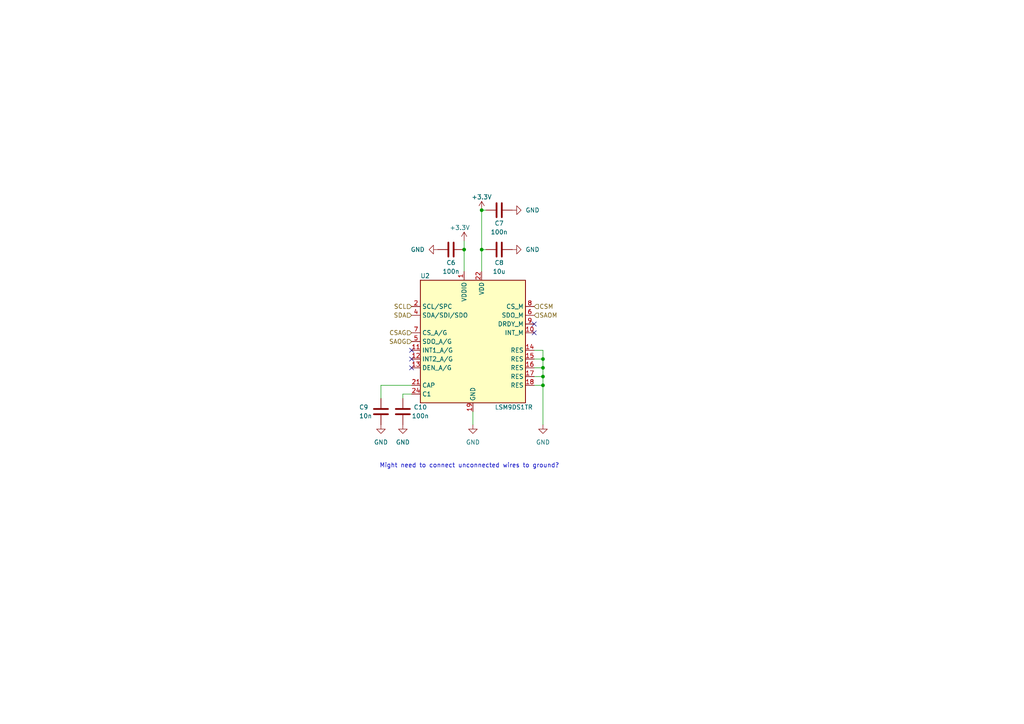
<source format=kicad_sch>
(kicad_sch (version 20231120) (generator "eeschema") (generator_version "8.0")
  (paper "A4")
  (title_block (title "9-DOF Sensor") (date "2024-05-29") (rev "V10") (comment 1 "22619291") (comment 2 "DP Theron"))
  (lib_symbols
    (symbol "Device:C" (pin_numbers hide) (pin_names (offset 0.254))
      (property "Reference" "C" (at 0.635 2.54 0))
      (property "Value" "C" (at 0.635 -2.54 0))
      (symbol "C_0_1"
        (polyline (pts (xy -2.032 -0.762) (xy 2.032 -0.762)) (stroke (width 0.508)))
        (polyline (pts (xy -2.032 0.762) (xy 2.032 0.762)) (stroke (width 0.508)))
      )
      (symbol "C_1_1"
        (pin passive line (at 0 3.81 270) (length 2.794) (name "~") (number "1"))
        (pin passive line (at 0 -3.81 90) (length 2.794) (name "~") (number "2"))
      )
    )
    (symbol "Sensor_Motion:LSM9DS1"
      (property "Reference" "U" (at -15.24 21.59 0))
      (property "Value" "LSM9DS1" (at -15.24 19.05 0))
      (symbol "LSM9DS1_0_1"
        (rectangle (start -15.24 17.78) (end 15.24 -17.78) (stroke (width 0.254)) (fill (type background)))
      )
      (symbol "LSM9DS1_1_1"
        (pin power_in line (at -2.54 20.32 270) (length 2.54) (name "VDDIO") (number "1"))
        (pin output line (at 17.78 2.54 180) (length 2.54) (name "INT_M") (number "10"))
        (pin output line (at -17.78 -2.54 0) (length 2.54) (name "INT1_A/G") (number "11"))
        (pin output line (at -17.78 -5.08 0) (length 2.54) (name "INT2_A/G") (number "12"))
        (pin input line (at -17.78 -7.62 0) (length 2.54) (name "DEN_A/G") (number "13"))
        (pin bidirectional line (at 17.78 -2.54 180) (length 2.54) (name "RES") (number "14"))
        (pin bidirectional line (at 17.78 -5.08 180) (length 2.54) (name "RES") (number "15"))
        (pin bidirectional line (at 17.78 -7.62 180) (length 2.54) (name "RES") (number "16"))
        (pin bidirectional line (at 17.78 -10.16 180) (length 2.54) (name "RES") (number "17"))
        (pin bidirectional line (at 17.78 -12.7 180) (length 2.54) (name "RES") (number "18"))
        (pin power_in line (at 0 -20.32 90) (length 2.54) (name "GND") (number "19"))
        (pin input line (at -17.78 10.16 0) (length 2.54) (name "SCL/SPC") (number "2"))
        (pin passive line (at 0 -20.32 90) (length 2.54) hide (name "GND") (number "20"))
        (pin passive line (at -17.78 -12.7 0) (length 2.54) (name "CAP") (number "21"))
        (pin power_in line (at 2.54 20.32 270) (length 2.54) (name "VDD") (number "22"))
        (pin passive line (at 2.54 20.32 270) (length 2.54) hide (name "VDD") (number "23"))
        (pin passive line (at -17.78 -15.24 0) (length 2.54) (name "C1") (number "24"))
        (pin passive line (at -2.54 20.32 270) (length 2.54) hide (name "VDDIO") (number "3"))
        (pin bidirectional line (at -17.78 7.62 0) (length 2.54) (name "SDA/SDI/SDO") (number "4"))
        (pin output line (at -17.78 0 0) (length 2.54) (name "SDO_A/G") (number "5"))
        (pin output line (at 17.78 7.62 180) (length 2.54) (name "SDO_M") (number "6"))
        (pin input line (at -17.78 2.54 0) (length 2.54) (name "CS_A/G") (number "7"))
        (pin input line (at 17.78 10.16 180) (length 2.54) (name "CS_M") (number "8"))
        (pin output line (at 17.78 5.08 180) (length 2.54) (name "DRDY_M") (number "9"))
      )
    )
    (symbol "power:+3.3V" (power) (pin_names (offset 0))
      (property "Value" "+3.3V" (at 0 3.556 0))
      (symbol "+3.3V_0_1"
        (polyline (pts (xy -0.762 1.27) (xy 0 2.54)))
        (polyline (pts (xy 0 0) (xy 0 2.54)))
        (polyline (pts (xy 0 2.54) (xy 0.762 1.27)))
      )
      (symbol "+3.3V_1_1"
        (pin power_in line (at 0 0 90) (length 0) hide (name "+3.3V") (number "1"))
      )
    )
    (symbol "power:GND" (power) (pin_names (offset 0))
      (property "Value" "GND" (at 0 -3.81 0))
      (symbol "GND_0_1"
        (polyline (pts (xy 0 0) (xy 0 -1.27) (xy 1.27 -1.27) (xy 0 -2.54) (xy -1.27 -1.27) (xy 0 -1.27)))
      )
      (symbol "GND_1_1"
        (pin power_in line (at 0 0 270) (length 0) hide (name "GND") (number "1"))
      )
    )
  )
  (junction (at 139.7 72.39))
  (junction (at 157.48 104.14))
  (junction (at 157.48 109.22))
  (junction (at 157.48 111.76))
  (junction (at 139.7 60.96))
  (junction (at 157.48 106.68))
  (junction (at 134.62 72.39))
  (no_connect (at 119.38 106.68))
  (no_connect (at 154.94 96.52))
  (no_connect (at 154.94 93.98))
  (no_connect (at 119.38 101.6))
  (no_connect (at 119.38 104.14))
  (wire (pts (xy 119.38 111.76) (xy 110.49 111.76)))
  (wire (pts (xy 139.7 72.39) (xy 140.97 72.39)))
  (wire (pts (xy 116.84 114.3) (xy 116.84 115.57)))
  (wire (pts (xy 139.7 72.39) (xy 139.7 78.74)))
  (wire (pts (xy 140.97 60.96) (xy 139.7 60.96)))
  (wire (pts (xy 134.62 72.39) (xy 134.62 78.74)))
  (wire (pts (xy 157.48 104.14) (xy 157.48 106.68)))
  (wire (pts (xy 139.7 60.96) (xy 139.7 72.39)))
  (wire (pts (xy 154.94 111.76) (xy 157.48 111.76)))
  (wire (pts (xy 134.62 69.85) (xy 134.62 72.39)))
  (wire (pts (xy 154.94 106.68) (xy 157.48 106.68)))
  (wire (pts (xy 157.48 106.68) (xy 157.48 109.22)))
  (wire (pts (xy 157.48 109.22) (xy 157.48 111.76)))
  (wire (pts (xy 119.38 114.3) (xy 116.84 114.3)))
  (wire (pts (xy 154.94 109.22) (xy 157.48 109.22)))
  (wire (pts (xy 154.94 104.14) (xy 157.48 104.14)))
  (wire (pts (xy 157.48 111.76) (xy 157.48 123.19)))
  (wire (pts (xy 110.49 111.76) (xy 110.49 115.57)))
  (wire (pts (xy 154.94 101.6) (xy 157.48 101.6)))
  (wire (pts (xy 157.48 101.6) (xy 157.48 104.14)))
  (wire (pts (xy 137.16 123.19) (xy 137.16 119.38)))
  (text "Might need to connect unconnected wires to ground?" (at 136.144 135.128 0) (effects (font (size 1.27 1.27))))
  (hierarchical_label "SAOM" (shape input) (at 154.94 91.44 0))
  (hierarchical_label "CSM" (shape input) (at 154.94 88.9 0))
  (hierarchical_label "SDA" (shape input) (at 119.38 91.44 180))
  (hierarchical_label "CSAG" (shape input) (at 119.38 96.52 180))
  (hierarchical_label "SCL" (shape input) (at 119.38 88.9 180))
  (hierarchical_label "SAOG" (shape input) (at 119.38 99.06 180))
  (symbol (lib_id "power:GND") (at 137.16 123.19 0) (unit 1)
    (property "Reference" "#PWR033" (effects (hide yes)))
    (property "Value" "GND" (at 137.16 128.27 0))
  )
  (symbol (lib_id "power:GND") (at 127 72.39 270) (unit 1)
    (property "Reference" "#PWR018" (effects (hide yes)))
    (property "Value" "GND" (at 123.19 72.39 90) (effects (justify right)))
  )
  (symbol (lib_id "Device:C") (at 144.78 72.39 90) (unit 1)
    (property "Reference" "C8" (at 144.78 76.2 90))
    (property "Value" "10u" (at 144.78 78.74 90))
    (property "Footprint" "Capacitor_SMD:C_0603_1608Metric" (effects (hide yes)))
    (property "JLCPCB #" "C668351" (effects (hide yes)))
  )
  (symbol (lib_id "Device:C") (at 110.49 119.38 180) (unit 1)
    (property "Reference" "C9" (at 104.14 118.11 0) (effects (justify right)))
    (property "Value" "10n" (at 104.14 120.65 0) (effects (justify right)))
    (property "Footprint" "Capacitor_SMD:C_0603_1608Metric" (effects (hide yes)))
    (property "JLCPCB #" "C162148" (effects (hide yes)))
  )
  (symbol (lib_id "Device:C") (at 144.78 60.96 90) (unit 1)
    (property "Reference" "C7" (at 144.78 64.77 90))
    (property "Value" "100n" (at 144.78 67.31 90))
    (property "Footprint" "Capacitor_SMD:C_0603_1608Metric" (effects (hide yes)))
    (property "JLCPCB #" "C85953" (effects (hide yes)))
  )
  (symbol (lib_id "Device:C") (at 116.84 119.38 0) (unit 1)
    (property "Reference" "C10" (at 121.92 118.11 0))
    (property "Value" "100n" (at 121.92 120.65 0))
    (property "Footprint" "Capacitor_SMD:C_0603_1608Metric" (effects (hide yes)))
    (property "JLCPCB #" "C85953" (effects (hide yes)))
  )
  (symbol (lib_id "power:+3.3V") (at 139.7 60.96 0) (unit 1)
    (property "Reference" "#PWR034" (effects (hide yes)))
    (property "Value" "+3.3V" (at 139.7 57.15 0))
  )
  (symbol (lib_id "power:GND") (at 110.49 123.19 0) (unit 1)
    (property "Reference" "#PWR03" (effects (hide yes)))
    (property "Value" "GND" (at 110.49 128.27 0))
  )
  (symbol (lib_id "Sensor_Motion:LSM9DS1") (at 137.16 99.06 0) (unit 1)
    (property "Reference" "U2" (at 121.92 80.01 0) (effects (justify left)))
    (property "Value" "LSM9DS1TR" (at 143.51 118.11 0) (effects (justify left)))
    (property "Footprint" "Skripsie:LGA-24L_3x3.5mm_P0.43mm" (effects (hide yes)))
    (property "Datasheet" "https://www.digikey.com/htmldatasheets/production/1639232/0/0/1/LSM9DS1-Datasheet.pdf" (effects (hide yes)))
    (property "JLCPCB #" "C2655096" (effects (hide yes)))
  )
  (symbol (lib_id "power:GND") (at 157.48 123.19 0) (unit 1)
    (property "Reference" "#PWR052" (effects (hide yes)))
    (property "Value" "GND" (at 157.48 128.27 0))
  )
  (symbol (lib_id "power:GND") (at 116.84 123.19 0) (unit 1)
    (property "Reference" "#PWR08" (effects (hide yes)))
    (property "Value" "GND" (at 116.84 128.27 0))
  )
  (symbol (lib_id "Device:C") (at 130.81 72.39 90) (unit 1)
    (property "Reference" "C6" (at 130.81 76.2 90))
    (property "Value" "100n" (at 130.81 78.74 90))
    (property "Footprint" "Capacitor_SMD:C_0603_1608Metric" (effects (hide yes)))
    (property "JLCPCB #" "C85953" (effects (hide yes)))
  )
  (symbol (lib_id "power:GND") (at 148.59 72.39 90) (unit 1)
    (property "Reference" "#PWR051" (effects (hide yes)))
    (property "Value" "GND" (at 152.4 72.39 90) (effects (justify right)))
  )
  (symbol (lib_id "power:GND") (at 148.59 60.96 90) (unit 1)
    (property "Reference" "#PWR050" (effects (hide yes)))
    (property "Value" "GND" (at 152.4 60.96 90) (effects (justify right)))
  )
  (symbol (lib_id "power:+3.3V") (at 134.62 69.85 0) (unit 1)
    (property "Reference" "#PWR019" (effects (hide yes)))
    (property "Value" "+3.3V" (at 133.35 66.04 0))
  )
)
</source>
